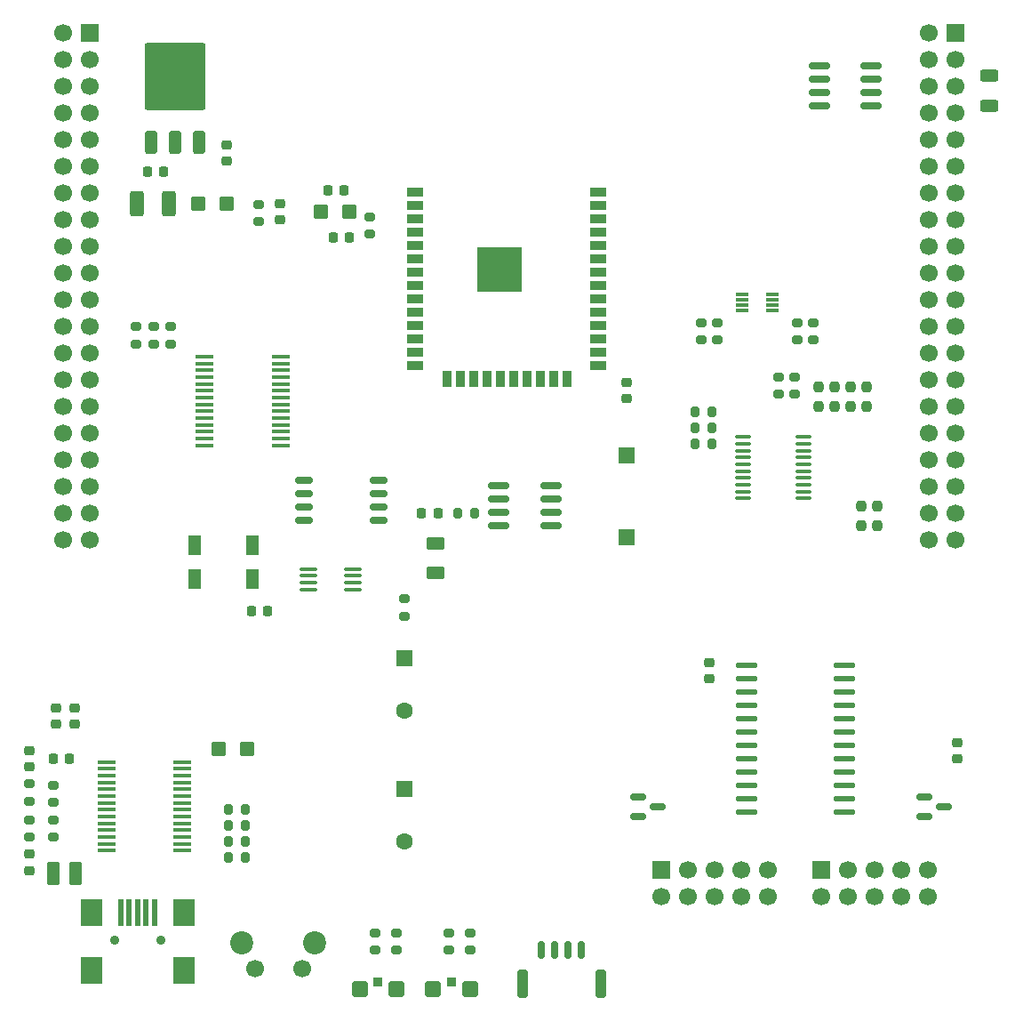
<source format=gts>
%TF.GenerationSoftware,KiCad,Pcbnew,9.0.5-9.0.5~ubuntu25.04.1*%
%TF.CreationDate,2025-10-12T20:46:25+02:00*%
%TF.ProjectId,CPU,4350552e-6b69-4636-9164-5f7063625858,rev?*%
%TF.SameCoordinates,Original*%
%TF.FileFunction,Soldermask,Top*%
%TF.FilePolarity,Negative*%
%FSLAX46Y46*%
G04 Gerber Fmt 4.6, Leading zero omitted, Abs format (unit mm)*
G04 Created by KiCad (PCBNEW 9.0.5-9.0.5~ubuntu25.04.1) date 2025-10-12 20:46:25*
%MOMM*%
%LPD*%
G01*
G04 APERTURE LIST*
G04 Aperture macros list*
%AMRoundRect*
0 Rectangle with rounded corners*
0 $1 Rounding radius*
0 $2 $3 $4 $5 $6 $7 $8 $9 X,Y pos of 4 corners*
0 Add a 4 corners polygon primitive as box body*
4,1,4,$2,$3,$4,$5,$6,$7,$8,$9,$2,$3,0*
0 Add four circle primitives for the rounded corners*
1,1,$1+$1,$2,$3*
1,1,$1+$1,$4,$5*
1,1,$1+$1,$6,$7*
1,1,$1+$1,$8,$9*
0 Add four rect primitives between the rounded corners*
20,1,$1+$1,$2,$3,$4,$5,0*
20,1,$1+$1,$4,$5,$6,$7,0*
20,1,$1+$1,$6,$7,$8,$9,0*
20,1,$1+$1,$8,$9,$2,$3,0*%
G04 Aperture macros list end*
%ADD10RoundRect,0.225000X0.250000X-0.225000X0.250000X0.225000X-0.250000X0.225000X-0.250000X-0.225000X0*%
%ADD11R,1.300000X1.900000*%
%ADD12RoundRect,0.200000X0.275000X-0.200000X0.275000X0.200000X-0.275000X0.200000X-0.275000X-0.200000X0*%
%ADD13RoundRect,0.250000X0.457500X0.445000X-0.457500X0.445000X-0.457500X-0.445000X0.457500X-0.445000X0*%
%ADD14RoundRect,0.250000X0.500000X0.500000X-0.500000X0.500000X-0.500000X-0.500000X0.500000X-0.500000X0*%
%ADD15RoundRect,0.225000X0.225000X0.225000X-0.225000X0.225000X-0.225000X-0.225000X0.225000X-0.225000X0*%
%ADD16RoundRect,0.250000X0.625000X-0.375000X0.625000X0.375000X-0.625000X0.375000X-0.625000X-0.375000X0*%
%ADD17R,1.600000X1.600000*%
%ADD18C,1.600000*%
%ADD19RoundRect,0.100000X-0.637500X-0.100000X0.637500X-0.100000X0.637500X0.100000X-0.637500X0.100000X0*%
%ADD20RoundRect,0.225000X-0.250000X0.225000X-0.250000X-0.225000X0.250000X-0.225000X0.250000X0.225000X0*%
%ADD21R,1.500000X0.900000*%
%ADD22R,0.900000X1.500000*%
%ADD23C,0.600000*%
%ADD24R,4.200000X4.200000*%
%ADD25RoundRect,0.218750X0.218750X0.256250X-0.218750X0.256250X-0.218750X-0.256250X0.218750X-0.256250X0*%
%ADD26RoundRect,0.237500X0.237500X-0.250000X0.237500X0.250000X-0.237500X0.250000X-0.237500X-0.250000X0*%
%ADD27R,1.700000X1.700000*%
%ADD28C,1.700000*%
%ADD29RoundRect,0.200000X-0.200000X-0.275000X0.200000X-0.275000X0.200000X0.275000X-0.200000X0.275000X0*%
%ADD30RoundRect,0.250000X0.350000X-0.850000X0.350000X0.850000X-0.350000X0.850000X-0.350000X-0.850000X0*%
%ADD31RoundRect,0.249997X2.650003X-2.950003X2.650003X2.950003X-2.650003X2.950003X-2.650003X-2.950003X0*%
%ADD32RoundRect,0.200000X0.200000X0.275000X-0.200000X0.275000X-0.200000X-0.275000X0.200000X-0.275000X0*%
%ADD33RoundRect,0.250000X0.625000X-0.312500X0.625000X0.312500X-0.625000X0.312500X-0.625000X-0.312500X0*%
%ADD34RoundRect,0.218750X0.256250X-0.218750X0.256250X0.218750X-0.256250X0.218750X-0.256250X-0.218750X0*%
%ADD35RoundRect,0.237500X-0.237500X0.250000X-0.237500X-0.250000X0.237500X-0.250000X0.237500X0.250000X0*%
%ADD36RoundRect,0.150000X-0.825000X-0.150000X0.825000X-0.150000X0.825000X0.150000X-0.825000X0.150000X0*%
%ADD37RoundRect,0.162500X-0.650000X-0.162500X0.650000X-0.162500X0.650000X0.162500X-0.650000X0.162500X0*%
%ADD38C,2.200000*%
%ADD39RoundRect,0.225000X0.225000X0.250000X-0.225000X0.250000X-0.225000X-0.250000X0.225000X-0.250000X0*%
%ADD40RoundRect,0.100000X-0.712500X-0.100000X0.712500X-0.100000X0.712500X0.100000X-0.712500X0.100000X0*%
%ADD41RoundRect,0.225000X-0.225000X-0.250000X0.225000X-0.250000X0.225000X0.250000X-0.225000X0.250000X0*%
%ADD42RoundRect,0.137500X-0.862500X-0.137500X0.862500X-0.137500X0.862500X0.137500X-0.862500X0.137500X0*%
%ADD43RoundRect,0.218750X-0.256250X0.218750X-0.256250X-0.218750X0.256250X-0.218750X0.256250X0.218750X0*%
%ADD44RoundRect,0.150000X-0.587500X-0.150000X0.587500X-0.150000X0.587500X0.150000X-0.587500X0.150000X0*%
%ADD45RoundRect,0.200000X-0.275000X0.200000X-0.275000X-0.200000X0.275000X-0.200000X0.275000X0.200000X0*%
%ADD46R,1.500000X1.500000*%
%ADD47C,0.900000*%
%ADD48R,0.500000X2.500000*%
%ADD49R,2.000000X2.500000*%
%ADD50RoundRect,0.250000X0.375000X0.850000X-0.375000X0.850000X-0.375000X-0.850000X0.375000X-0.850000X0*%
%ADD51RoundRect,0.250000X0.420000X0.945000X-0.420000X0.945000X-0.420000X-0.945000X0.420000X-0.945000X0*%
%ADD52R,1.750000X0.450000*%
%ADD53RoundRect,0.250000X-0.457500X-0.445000X0.457500X-0.445000X0.457500X0.445000X-0.457500X0.445000X0*%
%ADD54RoundRect,0.150000X-0.150000X-0.700000X0.150000X-0.700000X0.150000X0.700000X-0.150000X0.700000X0*%
%ADD55RoundRect,0.250000X-0.250000X-1.100000X0.250000X-1.100000X0.250000X1.100000X-0.250000X1.100000X0*%
%ADD56RoundRect,0.087500X-0.537500X-0.087500X0.537500X-0.087500X0.537500X0.087500X-0.537500X0.087500X0*%
G04 APERTURE END LIST*
D10*
%TO.C,C601*%
X217678000Y-131090000D03*
X217678000Y-129540000D03*
%TD*%
D11*
%TO.C,Y201*%
X150500000Y-110800000D03*
X145000000Y-110800000D03*
X145000000Y-114000000D03*
X150500000Y-114000000D03*
%TD*%
D12*
%TO.C,R203*%
X193294000Y-91249000D03*
X193294000Y-89599000D03*
%TD*%
%TO.C,R409*%
X129286000Y-135128000D03*
X129286000Y-133478000D03*
%TD*%
%TO.C,R219*%
X202184000Y-96392000D03*
X202184000Y-94742000D03*
%TD*%
D13*
%TO.C,C402*%
X159750000Y-79000000D03*
X157045000Y-79000000D03*
%TD*%
D10*
%TO.C,C602*%
X194056000Y-123470000D03*
X194056000Y-121920000D03*
%TD*%
D14*
%TO.C,D404*%
X171250000Y-153000000D03*
X167750000Y-153000000D03*
D15*
X169500000Y-152350000D03*
%TD*%
D16*
%TO.C,D201*%
X168000000Y-113400000D03*
X168000000Y-110600000D03*
%TD*%
D17*
%TO.C,C201*%
X165000000Y-121500000D03*
D18*
X165000000Y-126500000D03*
%TD*%
D19*
%TO.C,U204*%
X197289500Y-100453000D03*
X197289500Y-101103000D03*
X197289500Y-101753000D03*
X197289500Y-102403000D03*
X197289500Y-103053000D03*
X197289500Y-103703000D03*
X197289500Y-104353000D03*
X197289500Y-105003000D03*
X197289500Y-105653000D03*
X197289500Y-106303000D03*
X203014500Y-106303000D03*
X203014500Y-105653000D03*
X203014500Y-105003000D03*
X203014500Y-104353000D03*
X203014500Y-103703000D03*
X203014500Y-103053000D03*
X203014500Y-102403000D03*
X203014500Y-101753000D03*
X203014500Y-101103000D03*
X203014500Y-100453000D03*
%TD*%
D20*
%TO.C,C302*%
X148082000Y-72682000D03*
X148082000Y-74232000D03*
%TD*%
D12*
%TO.C,R220*%
X200660000Y-96392000D03*
X200660000Y-94742000D03*
%TD*%
%TO.C,R401*%
X161750000Y-81150000D03*
X161750000Y-79500000D03*
%TD*%
D21*
%TO.C,U401*%
X166000000Y-77150000D03*
X166000000Y-78420000D03*
X166000000Y-79690000D03*
X166000000Y-80960000D03*
X166000000Y-82230000D03*
X166000000Y-83500000D03*
X166000000Y-84770000D03*
X166000000Y-86040000D03*
X166000000Y-87310000D03*
X166000000Y-88580000D03*
X166000000Y-89850000D03*
X166000000Y-91120000D03*
X166000000Y-92390000D03*
X166000000Y-93660000D03*
D22*
X169040000Y-94910000D03*
X170310000Y-94910000D03*
X171580000Y-94910000D03*
X172850000Y-94910000D03*
X174120000Y-94910000D03*
X175390000Y-94910000D03*
X176660000Y-94910000D03*
X177930000Y-94910000D03*
X179200000Y-94910000D03*
X180470000Y-94910000D03*
D21*
X183500000Y-93660000D03*
X183500000Y-92390000D03*
X183500000Y-91120000D03*
X183500000Y-89850000D03*
X183500000Y-88580000D03*
X183500000Y-87310000D03*
X183500000Y-86040000D03*
X183500000Y-84770000D03*
X183500000Y-83500000D03*
X183500000Y-82230000D03*
X183500000Y-80960000D03*
X183500000Y-79690000D03*
X183500000Y-78420000D03*
X183500000Y-77150000D03*
D23*
X172545000Y-83727500D03*
X172545000Y-85252500D03*
X173307500Y-82965000D03*
X173307500Y-84490000D03*
X173307500Y-86015000D03*
X174070000Y-83727500D03*
D24*
X174070000Y-84490000D03*
D23*
X174070000Y-85252500D03*
X174832500Y-82965000D03*
X174832500Y-84490000D03*
X174832500Y-86015000D03*
X175595000Y-83727500D03*
X175595000Y-85252500D03*
%TD*%
D25*
%TO.C,D202*%
X168199000Y-107696000D03*
X166624000Y-107696000D03*
%TD*%
D26*
%TO.C,R217*%
X210058000Y-108862500D03*
X210058000Y-107037500D03*
%TD*%
D27*
%TO.C,J602*%
X189464000Y-141695000D03*
D28*
X189464000Y-144235000D03*
X192004000Y-141695000D03*
X192004000Y-144235000D03*
X194544000Y-141695000D03*
X194544000Y-144235000D03*
X197084000Y-141695000D03*
X197084000Y-144235000D03*
X199624000Y-141695000D03*
X199624000Y-144235000D03*
%TD*%
D12*
%TO.C,R411*%
X162250000Y-149325000D03*
X162250000Y-147675000D03*
%TD*%
D29*
%TO.C,R204*%
X170054000Y-107696000D03*
X171704000Y-107696000D03*
%TD*%
D30*
%TO.C,U301*%
X140874500Y-72432000D03*
X143154500Y-72432000D03*
D31*
X143154500Y-66132000D03*
D30*
X145434500Y-72432000D03*
%TD*%
D12*
%TO.C,R301*%
X151162000Y-79957000D03*
X151162000Y-78307000D03*
%TD*%
D32*
%TO.C,R214*%
X194310000Y-98044000D03*
X192660000Y-98044000D03*
%TD*%
D29*
%TO.C,R406*%
X148210000Y-135890000D03*
X149860000Y-135890000D03*
%TD*%
D33*
%TO.C,R410*%
X220726000Y-68965000D03*
X220726000Y-66040000D03*
%TD*%
D14*
%TO.C,D403*%
X164250000Y-153000000D03*
X160750000Y-153000000D03*
D15*
X162500000Y-152350000D03*
%TD*%
D34*
%TO.C,D402*%
X129286000Y-131877000D03*
X129286000Y-130302000D03*
%TD*%
D35*
%TO.C,R209*%
X205994000Y-95711000D03*
X205994000Y-97536000D03*
%TD*%
D36*
%TO.C,U201*%
X174025000Y-105095000D03*
X174025000Y-106365000D03*
X174025000Y-107635000D03*
X174025000Y-108905000D03*
X178975000Y-108905000D03*
X178975000Y-107635000D03*
X178975000Y-106365000D03*
X178975000Y-105095000D03*
%TD*%
D37*
%TO.C,U207*%
X155412500Y-104595000D03*
X155412500Y-105865000D03*
X155412500Y-107135000D03*
X155412500Y-108405000D03*
X162587500Y-108405000D03*
X162587500Y-107135000D03*
X162587500Y-105865000D03*
X162587500Y-104595000D03*
%TD*%
D32*
%TO.C,R218*%
X194310000Y-101092000D03*
X192660000Y-101092000D03*
%TD*%
D29*
%TO.C,R404*%
X148210000Y-137414000D03*
X149860000Y-137414000D03*
%TD*%
D32*
%TO.C,R216*%
X194310000Y-99568000D03*
X192660000Y-99568000D03*
%TD*%
D12*
%TO.C,R413*%
X169250000Y-149325000D03*
X169250000Y-147675000D03*
%TD*%
D35*
%TO.C,R211*%
X207518000Y-95711000D03*
X207518000Y-97536000D03*
%TD*%
D12*
%TO.C,R412*%
X164250000Y-149325000D03*
X164250000Y-147675000D03*
%TD*%
D10*
%TO.C,C405*%
X133604000Y-127788000D03*
X133604000Y-126238000D03*
%TD*%
D20*
%TO.C,C404*%
X186182000Y-95237000D03*
X186182000Y-96787000D03*
%TD*%
D38*
%TO.C,SW102*%
X156500000Y-148575000D03*
X149500000Y-148575000D03*
D28*
X155250000Y-151075000D03*
X150750000Y-151075000D03*
%TD*%
D39*
%TO.C,C401*%
X159750000Y-81500000D03*
X158200000Y-81500000D03*
%TD*%
D40*
%TO.C,U203*%
X155887500Y-113025000D03*
X155887500Y-113675000D03*
X155887500Y-114325000D03*
X155887500Y-114975000D03*
X160112500Y-114975000D03*
X160112500Y-114325000D03*
X160112500Y-113675000D03*
X160112500Y-113025000D03*
%TD*%
D41*
%TO.C,C203*%
X150450000Y-117000000D03*
X152000000Y-117000000D03*
%TD*%
D42*
%TO.C,U601*%
X197627500Y-122174000D03*
X197627500Y-123444000D03*
X197627500Y-124714000D03*
X197627500Y-125984000D03*
X197627500Y-127254000D03*
X197627500Y-128524000D03*
X197627500Y-129794000D03*
X197627500Y-131064000D03*
X197627500Y-132334000D03*
X197627500Y-133604000D03*
X197627500Y-134874000D03*
X197627500Y-136144000D03*
X206927500Y-136144000D03*
X206927500Y-134874000D03*
X206927500Y-133604000D03*
X206927500Y-132334000D03*
X206927500Y-131064000D03*
X206927500Y-129794000D03*
X206927500Y-128524000D03*
X206927500Y-127254000D03*
X206927500Y-125984000D03*
X206927500Y-124714000D03*
X206927500Y-123444000D03*
X206927500Y-122174000D03*
%TD*%
D43*
%TO.C,D401*%
X129286000Y-140157000D03*
X129286000Y-141732000D03*
%TD*%
D44*
%TO.C,Q602*%
X187276500Y-134686000D03*
X187276500Y-136586000D03*
X189151500Y-135636000D03*
%TD*%
%TO.C,Q601*%
X214533000Y-134686000D03*
X214533000Y-136586000D03*
X216408000Y-135636000D03*
%TD*%
D12*
%TO.C,R206*%
X202438000Y-91249000D03*
X202438000Y-89599000D03*
%TD*%
D39*
%TO.C,C403*%
X159250000Y-77000000D03*
X157700000Y-77000000D03*
%TD*%
D45*
%TO.C,R201*%
X165000000Y-115850000D03*
X165000000Y-117500000D03*
%TD*%
D46*
%TO.C,SW101*%
X186182000Y-109982000D03*
X186182000Y-102182000D03*
%TD*%
D34*
%TO.C,D301*%
X153162000Y-79807000D03*
X153162000Y-78232000D03*
%TD*%
D47*
%TO.C,J101*%
X137400000Y-148327000D03*
X141800000Y-148327000D03*
D48*
X138000000Y-145727000D03*
X138800000Y-145727000D03*
X139600000Y-145727000D03*
X140400000Y-145727000D03*
X141200000Y-145727000D03*
D49*
X135200000Y-145727000D03*
X135200000Y-151227000D03*
X144000000Y-145727000D03*
X144000000Y-151227000D03*
%TD*%
D50*
%TO.C,L401*%
X133722000Y-141986000D03*
X131572000Y-141986000D03*
%TD*%
D51*
%TO.C,C304*%
X142582000Y-78232000D03*
X139502000Y-78232000D03*
%TD*%
D12*
%TO.C,R210*%
X141097000Y-91630000D03*
X141097000Y-89980000D03*
%TD*%
D26*
%TO.C,R215*%
X208534000Y-108862500D03*
X208534000Y-107037500D03*
%TD*%
D17*
%TO.C,C202*%
X165000000Y-134000000D03*
D18*
X165000000Y-139000000D03*
%TD*%
D29*
%TO.C,R405*%
X148210000Y-138938000D03*
X149860000Y-138938000D03*
%TD*%
D52*
%TO.C,U402*%
X143852000Y-139842000D03*
X143852000Y-139192000D03*
X143852000Y-138542000D03*
X143852000Y-137892000D03*
X143852000Y-137242000D03*
X143852000Y-136592000D03*
X143852000Y-135942000D03*
X143852000Y-135292000D03*
X143852000Y-134642000D03*
X143852000Y-133992000D03*
X143852000Y-133342000D03*
X143852000Y-132692000D03*
X143852000Y-132042000D03*
X143852000Y-131392000D03*
X136652000Y-131392000D03*
X136652000Y-132042000D03*
X136652000Y-132692000D03*
X136652000Y-133342000D03*
X136652000Y-133992000D03*
X136652000Y-134642000D03*
X136652000Y-135292000D03*
X136652000Y-135942000D03*
X136652000Y-136592000D03*
X136652000Y-137242000D03*
X136652000Y-137892000D03*
X136652000Y-138542000D03*
X136652000Y-139192000D03*
X136652000Y-139842000D03*
%TD*%
D12*
%TO.C,R212*%
X142748000Y-91630000D03*
X142748000Y-89980000D03*
%TD*%
D53*
%TO.C,C301*%
X145377000Y-78232000D03*
X148082000Y-78232000D03*
%TD*%
D35*
%TO.C,R208*%
X204470000Y-95711000D03*
X204470000Y-97536000D03*
%TD*%
D52*
%TO.C,U205*%
X153206000Y-101253000D03*
X153206000Y-100603000D03*
X153206000Y-99953000D03*
X153206000Y-99303000D03*
X153206000Y-98653000D03*
X153206000Y-98003000D03*
X153206000Y-97353000D03*
X153206000Y-96703000D03*
X153206000Y-96053000D03*
X153206000Y-95403000D03*
X153206000Y-94753000D03*
X153206000Y-94103000D03*
X153206000Y-93453000D03*
X153206000Y-92803000D03*
X146006000Y-92803000D03*
X146006000Y-93453000D03*
X146006000Y-94103000D03*
X146006000Y-94753000D03*
X146006000Y-95403000D03*
X146006000Y-96053000D03*
X146006000Y-96703000D03*
X146006000Y-97353000D03*
X146006000Y-98003000D03*
X146006000Y-98653000D03*
X146006000Y-99303000D03*
X146006000Y-99953000D03*
X146006000Y-100603000D03*
X146006000Y-101253000D03*
%TD*%
D36*
%TO.C,U403*%
X204535000Y-65151000D03*
X204535000Y-66421000D03*
X204535000Y-67691000D03*
X204535000Y-68961000D03*
X209485000Y-68961000D03*
X209485000Y-67691000D03*
X209485000Y-66421000D03*
X209485000Y-65151000D03*
%TD*%
D41*
%TO.C,C408*%
X131546000Y-131064000D03*
X133096000Y-131064000D03*
%TD*%
D54*
%TO.C,J102*%
X178084000Y-149280000D03*
X179334000Y-149280000D03*
X180584000Y-149280000D03*
X181834000Y-149280000D03*
D55*
X176234000Y-152480000D03*
X183684000Y-152480000D03*
%TD*%
D56*
%TO.C,U202*%
X197228000Y-86880000D03*
X197228000Y-87380000D03*
X197228000Y-87880000D03*
X197228000Y-88380000D03*
X200028000Y-88380000D03*
X200028000Y-87880000D03*
X200028000Y-87380000D03*
X200028000Y-86880000D03*
%TD*%
D12*
%TO.C,R207*%
X139446000Y-91630000D03*
X139446000Y-89980000D03*
%TD*%
D10*
%TO.C,C406*%
X131826000Y-127788000D03*
X131826000Y-126238000D03*
%TD*%
D53*
%TO.C,C407*%
X147282000Y-130175000D03*
X149987000Y-130175000D03*
%TD*%
D12*
%TO.C,R414*%
X171250000Y-149325000D03*
X171250000Y-147675000D03*
%TD*%
D27*
%TO.C,J501*%
X135040000Y-62000000D03*
D28*
X132500000Y-62000000D03*
X135040000Y-64540000D03*
X132500000Y-64540000D03*
X135040000Y-67080000D03*
X132500000Y-67080000D03*
X135040000Y-69620000D03*
X132500000Y-69620000D03*
X135040000Y-72160000D03*
X132500000Y-72160000D03*
X135040000Y-74700000D03*
X132500000Y-74700000D03*
X135040000Y-77240000D03*
X132500000Y-77240000D03*
X135040000Y-79780000D03*
X132500000Y-79780000D03*
X135040000Y-82320000D03*
X132500000Y-82320000D03*
X135040000Y-84860000D03*
X132500000Y-84860000D03*
X135040000Y-87400000D03*
X132500000Y-87400000D03*
X135040000Y-89940000D03*
X132500000Y-89940000D03*
X135040000Y-92480000D03*
X132500000Y-92480000D03*
X135040000Y-95020000D03*
X132500000Y-95020000D03*
X135040000Y-97560000D03*
X132500000Y-97560000D03*
X135040000Y-100100000D03*
X132500000Y-100100000D03*
X135040000Y-102640000D03*
X132500000Y-102640000D03*
X135040000Y-105180000D03*
X132500000Y-105180000D03*
X135040000Y-107720000D03*
X132500000Y-107720000D03*
X135040000Y-110260000D03*
X132500000Y-110260000D03*
%TD*%
D45*
%TO.C,R408*%
X129286000Y-136906000D03*
X129286000Y-138556000D03*
%TD*%
D35*
%TO.C,R213*%
X209042000Y-95711000D03*
X209042000Y-97536000D03*
%TD*%
D27*
%TO.C,J601*%
X204704000Y-141695000D03*
D28*
X204704000Y-144235000D03*
X207244000Y-141695000D03*
X207244000Y-144235000D03*
X209784000Y-141695000D03*
X209784000Y-144235000D03*
X212324000Y-141695000D03*
X212324000Y-144235000D03*
X214864000Y-141695000D03*
X214864000Y-144235000D03*
%TD*%
D12*
%TO.C,R202*%
X194818000Y-91249000D03*
X194818000Y-89599000D03*
%TD*%
%TO.C,R403*%
X131572000Y-138556000D03*
X131572000Y-136906000D03*
%TD*%
%TO.C,R402*%
X131572000Y-135254000D03*
X131572000Y-133604000D03*
%TD*%
%TO.C,R205*%
X203962000Y-91249000D03*
X203962000Y-89599000D03*
%TD*%
D27*
%TO.C,J502*%
X217500000Y-62000000D03*
D28*
X214960000Y-62000000D03*
X217500000Y-64540000D03*
X214960000Y-64540000D03*
X217500000Y-67080000D03*
X214960000Y-67080000D03*
X217500000Y-69620000D03*
X214960000Y-69620000D03*
X217500000Y-72160000D03*
X214960000Y-72160000D03*
X217500000Y-74700000D03*
X214960000Y-74700000D03*
X217500000Y-77240000D03*
X214960000Y-77240000D03*
X217500000Y-79780000D03*
X214960000Y-79780000D03*
X217500000Y-82320000D03*
X214960000Y-82320000D03*
X217500000Y-84860000D03*
X214960000Y-84860000D03*
X217500000Y-87400000D03*
X214960000Y-87400000D03*
X217500000Y-89940000D03*
X214960000Y-89940000D03*
X217500000Y-92480000D03*
X214960000Y-92480000D03*
X217500000Y-95020000D03*
X214960000Y-95020000D03*
X217500000Y-97560000D03*
X214960000Y-97560000D03*
X217500000Y-100100000D03*
X214960000Y-100100000D03*
X217500000Y-102640000D03*
X214960000Y-102640000D03*
X217500000Y-105180000D03*
X214960000Y-105180000D03*
X217500000Y-107720000D03*
X214960000Y-107720000D03*
X217500000Y-110260000D03*
X214960000Y-110260000D03*
%TD*%
D39*
%TO.C,C303*%
X142082000Y-75232000D03*
X140532000Y-75232000D03*
%TD*%
D29*
%TO.C,R407*%
X148210000Y-140444000D03*
X149860000Y-140444000D03*
%TD*%
M02*

</source>
